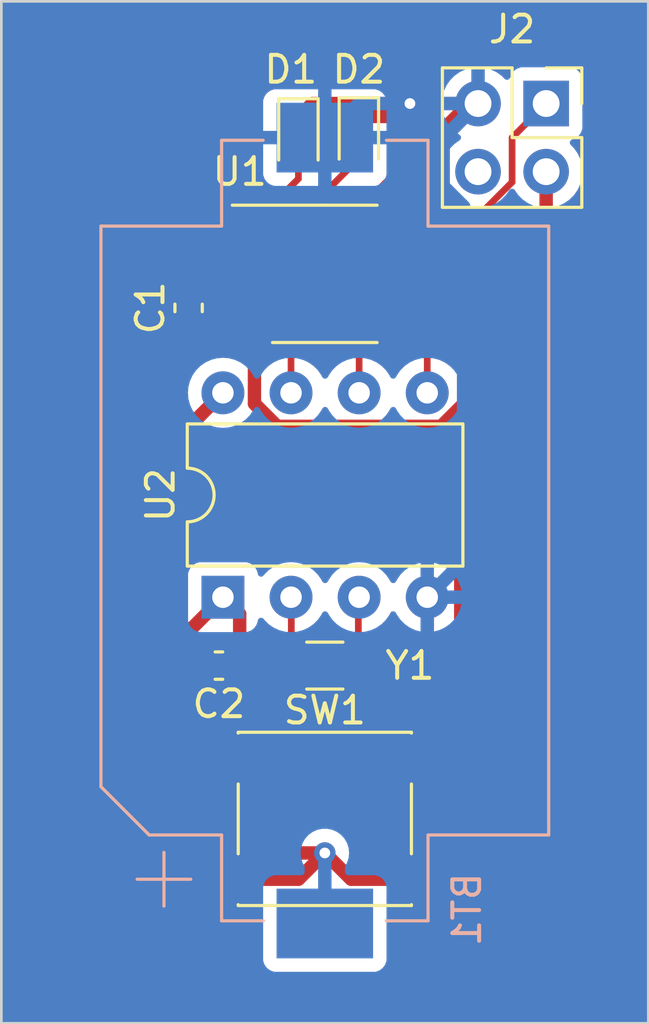
<source format=kicad_pcb>
(kicad_pcb (version 20221018) (generator pcbnew)
  (layers (0 "F.Cu" signal) (31 "B.Cu" signal) (36 "B.SilkS" user "B.Silkscreen") (37 "F.SilkS" user "F.Silkscreen") (38 "B.Mask" user) (39 "F.Mask" user) (44 "Edge.Cuts" user))
  (net 0 "")
  (net 1 "+3.3V")
  (net 2 "GND")
  (net 3 "Net-(D1-A)")
  (net 4 "Net-(D2-A)")
  (net 5 "Net-(U1-PC1{slash}SDA)")
  (net 6 "Net-(U1-PC2{slash}SCL)")
  (net 7 "Net-(U1-PC4)")
  (net 8 "Net-(U2-X1)")
  (net 9 "Net-(U2-X2)")
  (net 10 "Net-(J2-Pin_1)")
  (footprint "Package_SO:SOP-8_3.9x4.9mm_P1.27mm" (layer "F.Cu") (at 142.24 72.39)
    (fp_text reference "U1" (at -3.175 -3.81) (layer "F.SilkS"))
    (fp_text value "~")
    (fp_line (start 0 -2.56) (end -3.45 -2.56) (stroke (width 0.12)) (layer "F.SilkS"))
    (fp_line (start 0 -2.56) (end 1.95 -2.56) (stroke (width 0.12)) (layer "F.SilkS"))
    (fp_line (start 0 2.56) (end -1.95 2.56) (stroke (width 0.12)) (layer "F.SilkS"))
    (fp_line (start 0 2.56) (end 1.95 2.56) (stroke (width 0.12)) (layer "F.SilkS"))
    (pad "1" smd roundrect (at -2.625 -1.905) (size 1.65 0.6) (layers "F.Cu" "F.Paste" "F.Mask") (net 3 "Net-(D1-A)"))
    (pad "2" smd roundrect (at -2.625 -0.635) (size 1.65 0.6) (layers "F.Cu" "F.Paste" "F.Mask") (net 2 "GND"))
    (pad "3" smd roundrect (at -2.625 0.635) (size 1.65 0.6) (layers "F.Cu" "F.Paste" "F.Mask") (net 4 "Net-(D2-A)"))
    (pad "4" smd roundrect (at -2.625 1.905) (size 1.65 0.6) (layers "F.Cu" "F.Paste" "F.Mask") (net 1 "+3.3V"))
    (pad "5" smd roundrect (at 2.625 1.905) (size 1.65 0.6) (layers "F.Cu" "F.Paste" "F.Mask") (net 5 "Net-(U1-PC1{slash}SDA)"))
    (pad "6" smd roundrect (at 2.625 0.635) (size 1.65 0.6) (layers "F.Cu" "F.Paste" "F.Mask") (net 6 "Net-(U1-PC2{slash}SCL)"))
    (pad "7" smd roundrect (at 2.625 -0.635) (size 1.65 0.6) (layers "F.Cu" "F.Paste" "F.Mask") (net 7 "Net-(U1-PC4)"))
    (pad "8" smd roundrect (at 2.625 -1.905) (size 1.65 0.6) (layers "F.Cu" "F.Paste" "F.Mask") (net 10 "Net-(J2-Pin_1)"))
  )
  (footprint "LED_SMD:LED_0603_1608Metric" (layer "F.Cu") (at 141.255 67.345 -90)
    (fp_text reference "D1" (at -2.575 0.285) (layer "F.SilkS"))
    (fp_text value "LED(G)")
    (fp_line (start -1.485 -0.735) (end -1.485 0.735) (stroke (width 0.12)) (layer "F.SilkS"))
    (fp_line (start -1.485 0.735) (end 0.8 0.735) (stroke (width 0.12)) (layer "F.SilkS"))
    (fp_line (start 0.8 -0.735) (end -1.485 -0.735) (stroke (width 0.12)) (layer "F.SilkS"))
    (pad "1" smd roundrect (at -0.7875 0 270) (size 0.875 0.95) (layers "F.Cu" "F.Paste" "F.Mask") (net 2 "GND"))
    (pad "2" smd roundrect (at 0.7875 0 270) (size 0.875 0.95) (layers "F.Cu" "F.Paste" "F.Mask") (net 3 "Net-(D1-A)"))
  )
  (footprint "Capacitor_SMD:C_0603_1608Metric" (layer "F.Cu") (at 137.16 73.66 90)
    (fp_text reference "C1" (at 0 -1.43 90) (layer "F.SilkS"))
    (fp_text value "C")
    (fp_line (start -0.14058 -0.51) (end 0.14058 -0.51) (stroke (width 0.12)) (layer "F.SilkS"))
    (fp_line (start -0.14058 0.51) (end 0.14058 0.51) (stroke (width 0.12)) (layer "F.SilkS"))
    (pad "1" smd roundrect (at -0.775 0 90) (size 0.9 0.95) (layers "F.Cu" "F.Paste" "F.Mask") (net 1 "+3.3V"))
    (pad "2" smd roundrect (at 0.775 0 90) (size 0.9 0.95) (layers "F.Cu" "F.Paste" "F.Mask") (net 2 "GND"))
  )
  (footprint "Connector_PinSocket_2.54mm:PinSocket_2x02_P2.54mm_Vertical" (layer "F.Cu") (at 150.495 66.04)
    (fp_text reference "J2" (at -1.27 -2.77) (layer "F.SilkS"))
    (fp_text value "Conn_01x03_Pin")
    (fp_line (start -3.87 -1.33) (end -3.87 3.87) (stroke (width 0.12)) (layer "F.SilkS"))
    (fp_line (start -3.87 -1.33) (end -1.27 -1.33) (stroke (width 0.12)) (layer "F.SilkS"))
    (fp_line (start -3.87 3.87) (end 1.33 3.87) (stroke (width 0.12)) (layer "F.SilkS"))
    (fp_line (start -1.27 -1.33) (end -1.27 1.27) (stroke (width 0.12)) (layer "F.SilkS"))
    (fp_line (start -1.27 1.27) (end 1.33 1.27) (stroke (width 0.12)) (layer "F.SilkS"))
    (fp_line (start 0 -1.33) (end 1.33 -1.33) (stroke (width 0.12)) (layer "F.SilkS"))
    (fp_line (start 1.33 -1.33) (end 1.33 0) (stroke (width 0.12)) (layer "F.SilkS"))
    (fp_line (start 1.33 1.27) (end 1.33 3.87) (stroke (width 0.12)) (layer "F.SilkS"))
    (pad "1" thru_hole rect (at 0 0) (size 1.7 1.7) (drill 1) (layers "*.Cu" "*.Mask") (net 10 "Net-(J2-Pin_1)"))
    (pad "2" thru_hole oval (at -2.54 0) (size 1.7 1.7) (drill 1) (layers "*.Cu" "*.Mask") (net 2 "GND"))
    (pad "3" thru_hole oval (at 0 2.54) (size 1.7 1.7) (drill 1) (layers "*.Cu" "*.Mask") (net 1 "+3.3V"))
    (pad "4" thru_hole oval (at -2.54 2.54) (size 1.7 1.7) (drill 1) (layers "*.Cu" "*.Mask"))
  )
  (footprint "Crystal:Crystal_SMD_3215-2Pin_3.2x1.5mm" (layer "F.Cu") (at 142.24 86.995)
    (fp_text reference "Y1" (at 3.175 0) (layer "F.SilkS"))
    (fp_text value "Crystal")
    (fp_line (start -0.675 -0.875) (end 0.675 -0.875) (stroke (width 0.12)) (layer "F.SilkS"))
    (fp_line (start -0.675 0.875) (end 0.675 0.875) (stroke (width 0.12)) (layer "F.SilkS"))
    (pad "1" smd rect (at 1.25 0) (size 1 1.8) (layers "F.Cu" "F.Paste" "F.Mask") (net 9 "Net-(U2-X2)"))
    (pad "2" smd rect (at -1.25 0) (size 1 1.8) (layers "F.Cu" "F.Paste" "F.Mask") (net 8 "Net-(U2-X1)"))
  )
  (footprint "LED_SMD:LED_0603_1608Metric" (layer "F.Cu") (at 143.51 67.31 -90)
    (fp_text reference "D2" (at -2.54 0 -180) (layer "F.SilkS"))
    (fp_text value "LED(R)")
    (fp_line (start -1.485 -0.735) (end -1.485 0.735) (stroke (width 0.12)) (layer "F.SilkS"))
    (fp_line (start -1.485 0.735) (end 0.8 0.735) (stroke (width 0.12)) (layer "F.SilkS"))
    (fp_line (start 0.8 -0.735) (end -1.485 -0.735) (stroke (width 0.12)) (layer "F.SilkS"))
    (pad "1" smd roundrect (at -0.7875 0 270) (size 0.875 0.95) (layers "F.Cu" "F.Paste" "F.Mask") (net 2 "GND"))
    (pad "2" smd roundrect (at 0.7875 0 270) (size 0.875 0.95) (layers "F.Cu" "F.Paste" "F.Mask") (net 4 "Net-(D2-A)"))
  )
  (footprint "Capacitor_SMD:C_0603_1608Metric" (layer "F.Cu") (at 138.29 86.995 180)
    (fp_text reference "C2" (at 0 -1.43) (layer "F.SilkS"))
    (fp_text value "C")
    (fp_line (start -0.14058 -0.51) (end 0.14058 -0.51) (stroke (width 0.12)) (layer "F.SilkS"))
    (fp_line (start -0.14058 0.51) (end 0.14058 0.51) (stroke (width 0.12)) (layer "F.SilkS"))
    (pad "1" smd roundrect (at -0.775 0 180) (size 0.9 0.95) (layers "F.Cu" "F.Paste" "F.Mask") (net 1 "+3.3V"))
    (pad "2" smd roundrect (at 0.775 0 180) (size 0.9 0.95) (layers "F.Cu" "F.Paste" "F.Mask") (net 2 "GND"))
  )
  (footprint "Package_DIP:DIP-8_W7.62mm" (layer "F.Cu") (at 138.44 84.445 90)
    (fp_text reference "U2" (at 3.81 -2.33 90) (layer "F.SilkS"))
    (fp_text value "DS1302+")
    (fp_line (start 1.16 -1.33) (end 1.16 8.95) (stroke (width 0.12)) (layer "F.SilkS"))
    (fp_line (start 1.16 8.95) (end 6.46 8.95) (stroke (width 0.12)) (layer "F.SilkS"))
    (fp_line (start 2.81 -1.33) (end 1.16 -1.33) (stroke (width 0.12)) (layer "F.SilkS"))
    (fp_line (start 6.46 -1.33) (end 4.81 -1.33) (stroke (width 0.12)) (layer "F.SilkS"))
    (fp_line (start 6.46 8.95) (end 6.46 -1.33) (stroke (width 0.12)) (layer "F.SilkS"))
    (fp_arc (start 4.81 -1.33) (mid 3.81 -0.33) (end 2.81 -1.33) (stroke (width 0.12)) (layer "F.SilkS"))
    (pad "1" thru_hole rect (at 0 0 90) (size 1.6 1.6) (drill 0.8) (layers "*.Cu" "*.Mask") (net 1 "+3.3V"))
    (pad "2" thru_hole oval (at 0 2.54 90) (size 1.6 1.6) (drill 0.8) (layers "*.Cu" "*.Mask") (net 8 "Net-(U2-X1)"))
    (pad "3" thru_hole oval (at 0 5.08 90) (size 1.6 1.6) (drill 0.8) (layers "*.Cu" "*.Mask") (net 9 "Net-(U2-X2)"))
    (pad "4" thru_hole oval (at 0 7.62 90) (size 1.6 1.6) (drill 0.8) (layers "*.Cu" "*.Mask") (net 2 "GND"))
    (pad "5" thru_hole oval (at 7.62 7.62 90) (size 1.6 1.6) (drill 0.8) (layers "*.Cu" "*.Mask") (net 5 "Net-(U1-PC1{slash}SDA)"))
    (pad "6" thru_hole oval (at 7.62 5.08 90) (size 1.6 1.6) (drill 0.8) (layers "*.Cu" "*.Mask") (net 6 "Net-(U1-PC2{slash}SCL)"))
    (pad "7" thru_hole oval (at 7.62 2.54 90) (size 1.6 1.6) (drill 0.8) (layers "*.Cu" "*.Mask") (net 7 "Net-(U1-PC4)"))
    (pad "8" thru_hole oval (at 7.62 0 90) (size 1.6 1.6) (drill 0.8) (layers "*.Cu" "*.Mask") (net 1 "+3.3V"))
  )
  (footprint "Button_Switch_SMD:SW_Push_1P1T_NO_6x6mm_H9.5mm" (layer "F.Cu") (at 142.24 92.71)
    (fp_text reference "SW1" (at 0 -4.05) (layer "F.SilkS"))
    (fp_text value "SW_Push")
    (fp_line (start -3.23 -3.23) (end 3.23 -3.23) (stroke (width 0.12)) (layer "F.SilkS"))
    (fp_line (start -3.23 -3.2) (end -3.23 -3.23) (stroke (width 0.12)) (layer "F.SilkS"))
    (fp_line (start -3.23 -1.3) (end -3.23 1.3) (stroke (width 0.12)) (layer "F.SilkS"))
    (fp_line (start -3.23 3.23) (end -3.23 3.2) (stroke (width 0.12)) (layer "F.SilkS"))
    (fp_line (start -3.23 3.23) (end 3.23 3.23) (stroke (width 0.12)) (layer "F.SilkS"))
    (fp_line (start 3.23 -3.23) (end 3.23 -3.2) (stroke (width 0.12)) (layer "F.SilkS"))
    (fp_line (start 3.23 -1.3) (end 3.23 1.3) (stroke (width 0.12)) (layer "F.SilkS"))
    (fp_line (start 3.23 3.23) (end 3.23 3.2) (stroke (width 0.12)) (layer "F.SilkS"))
    (pad "1" smd rect (at -3.975 -2.25) (size 1.55 1.3) (layers "F.Cu" "F.Paste" "F.Mask") (net 1 "+3.3V"))
    (pad "1" smd rect (at 3.975 -2.25) (size 1.55 1.3) (layers "F.Cu" "F.Paste" "F.Mask") (net 1 "+3.3V"))
    (pad "2" smd rect (at -3.975 2.25) (size 1.55 1.3) (layers "F.Cu" "F.Paste" "F.Mask") (net 1 "+3.3V"))
    (pad "2" smd rect (at 3.975 2.25) (size 1.55 1.3) (layers "F.Cu" "F.Paste" "F.Mask") (net 1 "+3.3V"))
  )
  (footprint "Battery:BatteryHolder_Keystone_1060_1x2032" (layer "B.Cu") (at 142.24 81.96 90)
    (fp_text reference "BT1" (at -14.125 5.3 90) (layer "B.SilkS") (effects (justify mirror)))
    (fp_text value "Battery")
    (fp_line (start -14.55 -3.85) (end -14.55 -2.3) (stroke (width 0.12)) (layer "B.SilkS"))
    (fp_line (start -14.55 3.85) (end -14.55 2.3) (stroke (width 0.12)) (layer "B.SilkS"))
    (fp_line (start -13 -5) (end -13 -7) (stroke (width 0.12)) (layer "B.SilkS"))
    (fp_line (start -12 -6) (end -14 -6) (stroke (width 0.12)) (layer "B.SilkS"))
    (fp_line (start -11.35 -6.55) (end -11.35 -3.85) (stroke (width 0.12)) (layer "B.SilkS"))
    (fp_line (start -11.35 -3.85) (end -14.55 -3.85) (stroke (width 0.12)) (layer "B.SilkS"))
    (fp_line (start -11.35 3.85) (end -14.55 3.85) (stroke (width 0.12)) (layer "B.SilkS"))
    (fp_line (start -11.35 8.35) (end -11.35 3.85) (stroke (width 0.12)) (layer "B.SilkS"))
    (fp_line (start -11.35 8.35) (end 11.35 8.35) (stroke (width 0.12)) (layer "B.SilkS"))
    (fp_line (start -9.55 -8.35) (end -11.35 -6.55) (stroke (width 0.12)) (layer "B.SilkS"))
    (fp_line (start 11.35 -8.35) (end -9.55 -8.35) (stroke (width 0.12)) (layer "B.SilkS"))
    (fp_line (start 11.35 -8.35) (end 11.35 -3.85) (stroke (width 0.12)) (layer "B.SilkS"))
    (fp_line (start 11.35 -3.85) (end 14.55 -3.85) (stroke (width 0.12)) (layer "B.SilkS"))
    (fp_line (start 11.35 3.85) (end 14.55 3.85) (stroke (width 0.12)) (layer "B.SilkS"))
    (fp_line (start 11.35 8.35) (end 11.35 3.85) (stroke (width 0.12)) (layer "B.SilkS"))
    (fp_line (start 14.55 -3.85) (end 14.55 -2.3) (stroke (width 0.12)) (layer "B.SilkS"))
    (fp_line (start 14.55 3.85) (end 14.55 2.3) (stroke (width 0.12)) (layer "B.SilkS"))
    (pad "1" smd rect (at -14.65 0 270) (size 2.6 3.6) (layers "B.Cu" "B.Paste" "B.Mask") (net 1 "+3.3V"))
    (pad "2" smd rect (at 14.65 0 270) (size 2.6 3.6) (layers "B.Cu" "B.Paste" "B.Mask") (net 2 "GND"))
  )
  (gr_rect (start 130.175 62.23) (end 154.305 100.33) (stroke (width 0.1)) (fill none) (layer "Edge.Cuts"))
  (segment (start 139.46 93.98) (end 142.24 93.98) (width 0.5) (layer "F.Cu") (net 1))
  (segment (start 137.16 74.435) (end 139.475 74.435) (width 0.5) (layer "F.Cu") (net 1))
  (segment (start 138.265 94.96) (end 141.26 94.96) (width 0.5) (layer "F.Cu") (net 1))
  (segment (start 147.31 89.365) (end 147.31 82.422767) (width 0.5) (layer "F.Cu") (net 1))
  (segment (start 147.31 82.422767) (end 144.81 82.422767) (width 0.5) (layer "F.Cu") (net 1))
  (segment (start 136.615 88.81) (end 136.615 86.27) (width 0.5) (layer "F.Cu") (net 1))
  (segment (start 136.615 86.27) (end 138.44 84.445) (width 0.5) (layer "F.Cu") (net 1))
  (segment (start 138.265 90.46) (end 136.615 88.81) (width 0.5) (layer "F.Cu") (net 1))
  (segment (start 150.495 68.58) (end 150.495 74.157767) (width 0.5) (layer "F.Cu") (net 1))
  (segment (start 139.065 86.995) (end 139.065 85.07) (width 0.5) (layer "F.Cu") (net 1))
  (segment (start 136.615 91.135) (end 139.46 93.98) (width 0.5) (layer "F.Cu") (net 1))
  (segment (start 150.495 74.157767) (end 146.577767 78.075) (width 0.5) (layer "F.Cu") (net 1))
  (segment (start 139.475 74.435) (end 139.615 74.295) (width 0.5) (layer "F.Cu") (net 1))
  (segment (start 141.26 94.96) (end 142.24 93.98) (width 0.5) (layer "F.Cu") (net 1))
  (segment (start 139.065 85.07) (end 138.44 84.445) (width 0.5) (layer "F.Cu") (net 1))
  (segment (start 138.44 84.445) (end 138.265 84.62) (width 0.25) (layer "F.Cu") (net 1))
  (segment (start 143.22 94.96) (end 142.24 93.98) (width 0.5) (layer "F.Cu") (net 1))
  (segment (start 144.81 82.422767) (end 139.615 77.227767) (width 0.5) (layer "F.Cu") (net 1))
  (segment (start 146.215 90.46) (end 147.31 89.365) (width 0.5) (layer "F.Cu") (net 1))
  (segment (start 138.44 76.825) (end 136.615 78.65) (width 0.5) (layer "F.Cu") (net 1))
  (segment (start 146.215 94.96) (end 143.22 94.96) (width 0.5) (layer "F.Cu") (net 1))
  (segment (start 146.577767 78.075) (end 140.462233 78.075) (width 0.5) (layer "F.Cu") (net 1))
  (segment (start 136.615 78.65) (end 136.615 91.135) (width 0.5) (layer "F.Cu") (net 1))
  (segment (start 140.462233 78.075) (end 139.615 77.227767) (width 0.5) (layer "F.Cu") (net 1))
  (segment (start 139.615 77.227767) (end 139.615 74.295) (width 0.5) (layer "F.Cu") (net 1))
  (via (at 142.24 93.98) (size 0.8) (drill 0.4) (layers "F.Cu" "B.Cu") (net 1))
  (segment (start 142.24 96.61) (end 142.24 93.98) (width 0.5) (layer "B.Cu") (net 1))
  (segment (start 138.29 71.755) (end 139.615 71.755) (width 0.5) (layer "F.Cu") (net 2))
  (segment (start 141.7725 66.04) (end 141.255 66.5575) (width 0.5) (layer "F.Cu") (net 2))
  (segment (start 147.809092 66.04) (end 147.955 66.04) (width 0.25) (layer "F.Cu") (net 2))
  (segment (start 137.16 72.885) (end 138.29 71.755) (width 0.5) (layer "F.Cu") (net 2))
  (segment (start 139.615 71.755) (end 141.917316 71.755) (width 0.5) (layer "F.Cu") (net 2))
  (segment (start 147.632316 66.04) (end 147.955 66.04) (width 0.5) (layer "F.Cu") (net 2))
  (segment (start 144.9325 66.5225) (end 145.415 66.04) (width 0.5) (layer "F.Cu") (net 2))
  (segment (start 145.415 66.04) (end 141.7725 66.04) (width 0.5) (layer "F.Cu") (net 2))
  (segment (start 144.44 88.345) (end 146.06 86.725) (width 0.5) (layer "F.Cu") (net 2))
  (segment (start 145.415 66.04) (end 147.955 66.04) (width 0.5) (layer "F.Cu") (net 2))
  (segment (start 143.51 66.5225) (end 144.9325 66.5225) (width 0.5) (layer "F.Cu") (net 2))
  (segment (start 146.06 86.725) (end 146.06 84.445) (width 0.5) (layer "F.Cu") (net 2))
  (segment (start 137.515 86.995) (end 138.865 88.345) (width 0.5) (layer "F.Cu") (net 2))
  (segment (start 141.255 66.5575) (end 141.4875 66.5575) (width 0.25) (layer "F.Cu") (net 2))
  (segment (start 138.865 88.345) (end 144.44 88.345) (width 0.5) (layer "F.Cu") (net 2))
  (segment (start 141.917316 71.755) (end 147.632316 66.04) (width 0.5) (layer "F.Cu") (net 2))
  (via (at 145.415 66.04) (size 0.8) (drill 0.4) (layers "F.Cu" "B.Cu") (net 2))
  (segment (start 143.51 66.04) (end 142.24 67.31) (width 0.5) (layer "B.Cu") (net 2))
  (segment (start 143.52 67.915) (end 143.49 67.945) (width 0.25) (layer "B.Cu") (net 2))
  (segment (start 146.655 67.34) (end 147.955 66.04) (width 0.5) (layer "B.Cu") (net 2))
  (segment (start 146.06 84.445) (end 147.416522 83.088478) (width 0.5) (layer "B.Cu") (net 2))
  (segment (start 147.416522 83.088478) (end 147.416522 69.88) (width 0.5) (layer "B.Cu") (net 2))
  (segment (start 146.655 69.118478) (end 146.655 67.34) (width 0.5) (layer "B.Cu") (net 2))
  (segment (start 140.98 67.935) (end 140.99 67.945) (width 0.25) (layer "B.Cu") (net 2))
  (segment (start 145.415 66.04) (end 143.51 66.04) (width 0.5) (layer "B.Cu") (net 2))
  (segment (start 147.416522 69.88) (end 146.655 69.118478) (width 0.5) (layer "B.Cu") (net 2))
  (segment (start 141.255 68.1325) (end 141.255 68.845) (width 0.25) (layer "F.Cu") (net 3))
  (segment (start 141.255 68.845) (end 139.615 70.485) (width 0.25) (layer "F.Cu") (net 3))
  (segment (start 136.36 73.344052) (end 136.675948 73.66) (width 0.25) (layer "F.Cu") (net 4))
  (segment (start 140.470908 71.13) (end 137.655948 71.13) (width 0.25) (layer "F.Cu") (net 4))
  (segment (start 136.36 72.425948) (end 136.36 73.344052) (width 0.25) (layer "F.Cu") (net 4))
  (segment (start 138.98 73.66) (end 139.615 73.025) (width 0.25) (layer "F.Cu") (net 4))
  (segment (start 143.503408 68.0975) (end 140.470908 71.13) (width 0.25) (layer "F.Cu") (net 4))
  (segment (start 136.675948 73.66) (end 138.98 73.66) (width 0.25) (layer "F.Cu") (net 4))
  (segment (start 137.655948 71.13) (end 136.36 72.425948) (width 0.25) (layer "F.Cu") (net 4))
  (segment (start 143.51 68.0975) (end 143.503408 68.0975) (width 0.25) (layer "F.Cu") (net 4))
  (segment (start 146.06 75.49) (end 146.06 76.825) (width 0.25) (layer "F.Cu") (net 5))
  (segment (start 144.865 74.295) (end 146.06 75.49) (width 0.25) (layer "F.Cu") (net 5))
  (segment (start 143.52 73.545001) (end 143.52 76.825) (width 0.25) (layer "F.Cu") (net 6))
  (segment (start 144.865 73.025) (end 144.040001 73.025) (width 0.25) (layer "F.Cu") (net 6))
  (segment (start 144.040001 73.025) (end 143.52 73.545001) (width 0.25) (layer "F.Cu") (net 6))
  (segment (start 144.865 71.755) (end 144.040001 71.755) (width 0.25) (layer "F.Cu") (net 7))
  (segment (start 144.040001 71.755) (end 140.98 74.815001) (width 0.25) (layer "F.Cu") (net 7))
  (segment (start 140.98 74.815001) (end 140.98 76.825) (width 0.25) (layer "F.Cu") (net 7))
  (segment (start 140.99 86.995) (end 140.99 84.455) (width 0.25) (layer "F.Cu") (net 8))
  (segment (start 140.99 84.455) (end 140.98 84.445) (width 0.25) (layer "F.Cu") (net 8))
  (segment (start 143.49 84.475) (end 143.52 84.445) (width 0.25) (layer "F.Cu") (net 9))
  (segment (start 143.49 86.995) (end 143.49 84.475) (width 0.25) (layer "F.Cu") (net 9))
  (segment (start 144.865 70.485) (end 147.711701 70.485) (width 0.25) (layer "F.Cu") (net 10))
  (segment (start 149.225 67.31) (end 150.495 66.04) (width 0.25) (layer "F.Cu") (net 10))
  (segment (start 149.225 68.971701) (end 149.225 67.31) (width 0.25) (layer "F.Cu") (net 10))
  (segment (start 147.711701 70.485) (end 149.225 68.971701) (width 0.25) (layer "F.Cu") (net 10))
  (zone (net 2) (net_name "GND") (layer "B.Cu") (connect_pads (clearance 0.5)) (min_thickness 0.25) (fill yes (thermal_gap 0.5) (thermal_bridge_width 0.5))
    (polygon (pts (xy 154.305 62.23) (xy 130.175 62.23) (xy 130.175 100.33) (xy 154.305 100.33)))
  )
)
</source>
